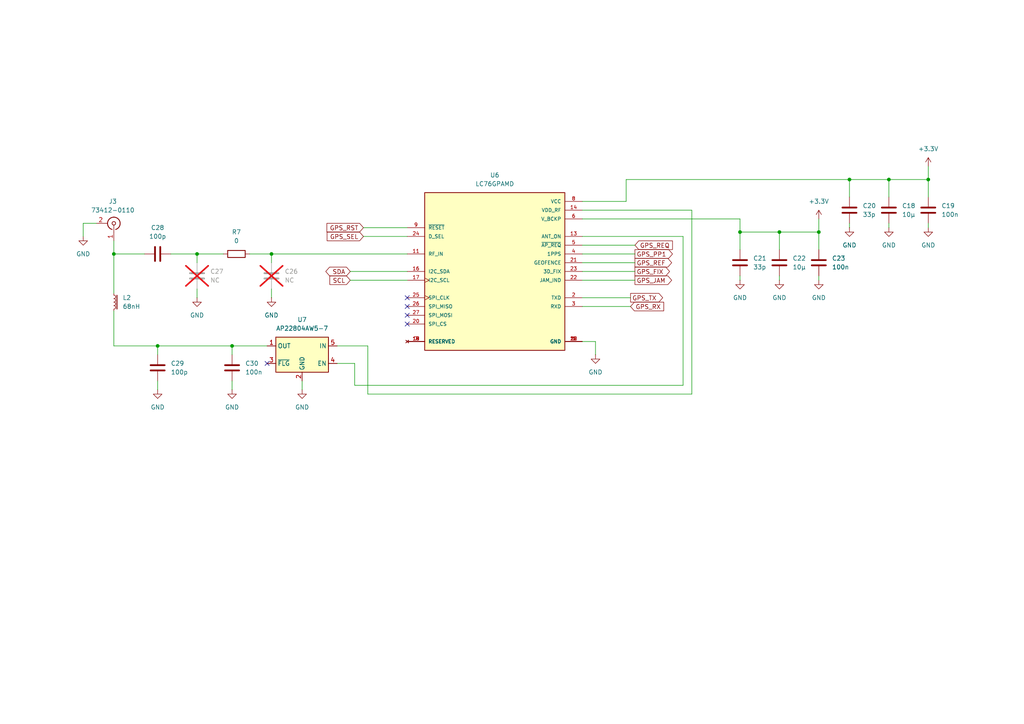
<source format=kicad_sch>
(kicad_sch (version 20250114) (generator "eeschema") (generator_version "9.0")
  (paper "A4")
  (lib_symbols
    (symbol "Connector:Conn_Coaxial" (pin_names (offset 1.016) (hide yes))
      (property "Reference" "J" (at 0.254 3.048 0))
      (property "Value" "Conn_Coaxial" (at 2.921 0 90))
      (symbol "Conn_Coaxial_0_1"
        (polyline (pts (xy -2.54 0) (xy -0.508 0)))
        (arc (start 1.778 0) (mid 0.222 -1.8079) (end -1.778 -0.508) (stroke (width 0.254)))
        (arc (start -1.778 0.508) (mid 0.2221 1.8084) (end 1.778 0) (stroke (width 0.254)))
        (circle (center 0 0) (radius 0.508) (stroke (width 0.2032)))
        (polyline (pts (xy 0 -2.54) (xy 0 -1.778)))
      )
      (symbol "Conn_Coaxial_1_1"
        (pin passive line (at -5.08 0 0) (length 2.54) (name "In") (number "1"))
        (pin passive line (at 0 -5.08 90) (length 2.54) (name "Ext") (number "2"))
      )
    )
    (symbol "Device:C" (pin_numbers (hide yes)) (pin_names (offset 0.254))
      (property "Reference" "C" (at 0.635 2.54 0))
      (property "Value" "C" (at 0.635 -2.54 0))
      (symbol "C_0_1"
        (polyline (pts (xy -2.032 0.762) (xy 2.032 0.762)) (stroke (width 0.508)))
        (polyline (pts (xy -2.032 -0.762) (xy 2.032 -0.762)) (stroke (width 0.508)))
      )
      (symbol "C_1_1"
        (pin passive line (at 0 3.81 270) (length 2.794) (name "~") (number "1"))
        (pin passive line (at 0 -3.81 90) (length 2.794) (name "~") (number "2"))
      )
    )
    (symbol "Device:L_Iron_Small" (pin_numbers (hide yes)) (pin_names (offset 0.254) (hide yes))
      (property "Reference" "L" (at 1.27 1.016 0))
      (property "Value" "L_Iron_Small" (at 1.27 -1.27 0))
      (symbol "L_Iron_Small_0_1"
        (arc (start 0 2.032) (mid 0.5058 1.524) (end 0 1.016))
        (arc (start 0 1.016) (mid 0.5058 0.508) (end 0 0))
        (arc (start 0 0) (mid 0.5058 -0.508) (end 0 -1.016))
        (arc (start 0 -1.016) (mid 0.5058 -1.524) (end 0 -2.032))
        (polyline (pts (xy 0.762 2.032) (xy 0.762 -2.032)))
        (polyline (pts (xy 1.016 -2.032) (xy 1.016 2.032)))
      )
      (symbol "L_Iron_Small_1_1"
        (pin passive line (at 0 2.54 270) (length 0.508) (name "~") (number "1"))
        (pin passive line (at 0 -2.54 90) (length 0.508) (name "~") (number "2"))
      )
    )
    (symbol "Device:R" (pin_numbers (hide yes)) (pin_names (offset 0))
      (property "Reference" "R" (at 2.032 0 90))
      (property "Value" "R" (at 0 0 90))
      (symbol "R_0_1"
        (rectangle (start -1.016 -2.54) (end 1.016 2.54) (stroke (width 0.254)))
      )
      (symbol "R_1_1"
        (pin passive line (at 0 3.81 270) (length 1.27) (name "~") (number "1"))
        (pin passive line (at 0 -3.81 90) (length 1.27) (name "~") (number "2"))
      )
    )
    (symbol "LC76G:LC76G" (pin_names (offset 1.016))
      (property "Reference" "U" (at -20.32 24.13 0))
      (property "Value" "LC76G" (at -20.32 -25.4 0))
      (symbol "LC76G_0_0"
        (rectangle (start -20.32 -22.86) (end 20.32 22.86) (stroke (width 0.254)) (fill (type background)))
        (pin input line (at -25.4 12.7 0) (length 5.08) (name "~{RESET}") (number "9"))
        (pin input line (at -25.4 10.16 0) (length 5.08) (name "D_SEL") (number "24"))
        (pin input line (at -25.4 5.08 0) (length 5.08) (name "RF_IN") (number "11"))
        (pin bidirectional line (at -25.4 0 0) (length 5.08) (name "I2C_SDA") (number "16"))
        (pin input clock (at -25.4 -2.54 0) (length 5.08) (name "I2C_SCL") (number "17"))
        (pin bidirectional clock (at -25.4 -7.62 0) (length 5.08) (name "SPI_CLK") (number "25"))
        (pin bidirectional line (at -25.4 -10.16 0) (length 5.08) (name "SPI_MISO") (number "26"))
        (pin bidirectional line (at -25.4 -12.7 0) (length 5.08) (name "SPI_MOSI") (number "27"))
        (pin bidirectional line (at -25.4 -15.24 0) (length 5.08) (name "SPI_CS") (number "20"))
        (pin no_connect line (at -25.4 -20.32 0) (length 5.08) (name "RESERVED") (number "15"))
        (pin no_connect line (at -25.4 -20.32 0) (length 5.08) (name "RESERVED") (number "18"))
        (pin no_connect line (at -25.4 -20.32 0) (length 5.08) (name "RESERVED") (number "19"))
        (pin no_connect line (at -25.4 -20.32 0) (length 5.08) (name "RESERVED") (number "7"))
        (pin power_in line (at 25.4 20.32 180) (length 5.08) (name "VCC") (number "8"))
        (pin power_in line (at 25.4 17.78 180) (length 5.08) (name "VDD_RF") (number "14"))
        (pin power_in line (at 25.4 15.24 180) (length 5.08) (name "V_BCKP") (number "6"))
        (pin output line (at 25.4 10.16 180) (length 5.08) (name "ANT_ON") (number "13"))
        (pin output line (at 25.4 7.62 180) (length 5.08) (name "~{AP_REQ}") (number "5"))
        (pin output line (at 25.4 5.08 180) (length 5.08) (name "1PPS") (number "4"))
        (pin output line (at 25.4 2.54 180) (length 5.08) (name "GEOFENCE") (number "21"))
        (pin output line (at 25.4 0 180) (length 5.08) (name "3D_FIX") (number "23"))
        (pin output line (at 25.4 -2.54 180) (length 5.08) (name "JAM_IND") (number "22"))
        (pin output line (at 25.4 -7.62 180) (length 5.08) (name "TXD") (number "2"))
        (pin input line (at 25.4 -10.16 180) (length 5.08) (name "RXD") (number "3"))
        (pin power_in line (at 25.4 -20.32 180) (length 5.08) (name "GND") (number "1"))
        (pin power_in line (at 25.4 -20.32 180) (length 5.08) (name "GND") (number "10"))
        (pin power_in line (at 25.4 -20.32 180) (length 5.08) (name "GND") (number "12"))
        (pin power_in line (at 25.4 -20.32 180) (length 5.08) (name "GND") (number "28"))
      )
    )
    (symbol "Power_Management:AP22804AW5"
      (property "Reference" "U" (at -7.62 -6.35 0))
      (property "Value" "AP22804AW5" (at -7.62 6.35 0))
      (symbol "AP22804AW5_0_1"
        (rectangle (start -7.62 5.08) (end 7.62 -5.08) (stroke (width 0.254)) (fill (type background)))
      )
      (symbol "AP22804AW5_1_1"
        (pin power_in line (at -10.16 2.54 0) (length 2.54) (name "IN") (number "5"))
        (pin input line (at -10.16 -2.54 0) (length 2.54) (name "EN") (number "4"))
        (pin power_in line (at 0 -7.62 90) (length 2.54) (name "GND") (number "2"))
        (pin power_out line (at 10.16 2.54 180) (length 2.54) (name "OUT") (number "1"))
        (pin open_collector line (at 10.16 -2.54 180) (length 2.54) (name "~{FLG}") (number "3"))
      )
    )
    (symbol "power:+3.3V" (power) (pin_numbers (hide yes)) (pin_names (offset 0) (hide yes))
      (property "Value" "+3.3V" (at 0 3.556 0))
      (symbol "+3.3V_0_1"
        (polyline (pts (xy -0.762 1.27) (xy 0 2.54)))
        (polyline (pts (xy 0 2.54) (xy 0.762 1.27)))
        (polyline (pts (xy 0 0) (xy 0 2.54)))
      )
      (symbol "+3.3V_1_1"
        (pin power_in line (at 0 0 90) (length 0) (name "~") (number "1"))
      )
    )
    (symbol "power:GND" (power) (pin_numbers (hide yes)) (pin_names (offset 0) (hide yes))
      (property "Value" "GND" (at 0 -3.81 0))
      (symbol "GND_0_1"
        (polyline (pts (xy 0 0) (xy 0 -1.27) (xy 1.27 -1.27) (xy 0 -2.54) (xy -1.27 -1.27) (xy 0 -1.27)))
      )
      (symbol "GND_1_1"
        (pin power_in line (at 0 0 270) (length 0) (name "~") (number "1"))
      )
    )
  )
  (junction (at 67.31 100.33))
  (junction (at 257.81 52.07))
  (junction (at 246.38 52.07))
  (junction (at 33.02 73.66))
  (junction (at 45.72 100.33))
  (junction (at 78.74 73.66))
  (junction (at 214.63 67.31))
  (junction (at 57.15 73.66))
  (junction (at 237.49 67.31))
  (junction (at 269.24 52.07))
  (junction (at 226.06 67.31))
  (no_connect (at 118.11 88.9))
  (no_connect (at 118.11 91.44))
  (no_connect (at 118.11 86.36))
  (no_connect (at 77.47 105.41))
  (no_connect (at 118.11 93.98))
  (wire (pts (xy 168.91 68.58) (xy 198.12 68.58)))
  (wire (pts (xy 246.38 52.07) (xy 246.38 57.15)))
  (wire (pts (xy 168.91 71.12) (xy 184.15 71.12)))
  (wire (pts (xy 257.81 64.77) (xy 257.81 66.04)))
  (wire (pts (xy 226.06 80.01) (xy 226.06 81.28)))
  (wire (pts (xy 45.72 110.49) (xy 45.72 113.03)))
  (wire (pts (xy 33.02 73.66) (xy 33.02 85.09)))
  (wire (pts (xy 269.24 64.77) (xy 269.24 66.04)))
  (wire (pts (xy 101.6 78.74) (xy 118.11 78.74)))
  (wire (pts (xy 102.87 105.41) (xy 97.79 105.41)))
  (wire (pts (xy 78.74 73.66) (xy 118.11 73.66)))
  (wire (pts (xy 200.66 114.3) (xy 106.68 114.3)))
  (wire (pts (xy 72.39 73.66) (xy 78.74 73.66)))
  (wire (pts (xy 214.63 80.01) (xy 214.63 81.28)))
  (wire (pts (xy 257.81 52.07) (xy 257.81 57.15)))
  (wire (pts (xy 181.61 58.42) (xy 181.61 52.07)))
  (wire (pts (xy 57.15 73.66) (xy 57.15 76.2)))
  (wire (pts (xy 67.31 100.33) (xy 77.47 100.33)))
  (wire (pts (xy 168.91 76.2) (xy 184.15 76.2)))
  (wire (pts (xy 181.61 52.07) (xy 246.38 52.07)))
  (wire (pts (xy 269.24 52.07) (xy 269.24 57.15)))
  (wire (pts (xy 168.91 81.28) (xy 184.15 81.28)))
  (wire (pts (xy 246.38 64.77) (xy 246.38 66.04)))
  (wire (pts (xy 105.41 68.58) (xy 118.11 68.58)))
  (wire (pts (xy 168.91 99.06) (xy 172.72 99.06)))
  (wire (pts (xy 106.68 100.33) (xy 97.79 100.33)))
  (wire (pts (xy 67.31 100.33) (xy 67.31 102.87)))
  (wire (pts (xy 102.87 111.76) (xy 102.87 105.41)))
  (wire (pts (xy 41.91 73.66) (xy 33.02 73.66)))
  (wire (pts (xy 237.49 67.31) (xy 237.49 72.39)))
  (wire (pts (xy 269.24 48.26) (xy 269.24 52.07)))
  (wire (pts (xy 24.13 64.77) (xy 24.13 68.58)))
  (wire (pts (xy 198.12 111.76) (xy 102.87 111.76)))
  (wire (pts (xy 168.91 63.5) (xy 214.63 63.5)))
  (wire (pts (xy 257.81 52.07) (xy 269.24 52.07)))
  (wire (pts (xy 87.63 110.49) (xy 87.63 113.03)))
  (wire (pts (xy 237.49 80.01) (xy 237.49 81.28)))
  (wire (pts (xy 57.15 83.82) (xy 57.15 86.36)))
  (wire (pts (xy 57.15 73.66) (xy 64.77 73.66)))
  (wire (pts (xy 172.72 99.06) (xy 172.72 102.87)))
  (wire (pts (xy 168.91 86.36) (xy 182.88 86.36)))
  (wire (pts (xy 168.91 78.74) (xy 184.15 78.74)))
  (wire (pts (xy 27.94 64.77) (xy 24.13 64.77)))
  (wire (pts (xy 45.72 100.33) (xy 67.31 100.33)))
  (wire (pts (xy 214.63 67.31) (xy 214.63 72.39)))
  (wire (pts (xy 214.63 63.5) (xy 214.63 67.31)))
  (wire (pts (xy 33.02 73.66) (xy 33.02 69.85)))
  (wire (pts (xy 105.41 66.04) (xy 118.11 66.04)))
  (wire (pts (xy 78.74 73.66) (xy 78.74 76.2)))
  (wire (pts (xy 106.68 114.3) (xy 106.68 100.33)))
  (wire (pts (xy 226.06 67.31) (xy 226.06 72.39)))
  (wire (pts (xy 33.02 90.17) (xy 33.02 100.33)))
  (wire (pts (xy 246.38 52.07) (xy 257.81 52.07)))
  (wire (pts (xy 49.53 73.66) (xy 57.15 73.66)))
  (wire (pts (xy 168.91 60.96) (xy 200.66 60.96)))
  (wire (pts (xy 237.49 63.5) (xy 237.49 67.31)))
  (wire (pts (xy 226.06 67.31) (xy 237.49 67.31)))
  (wire (pts (xy 168.91 73.66) (xy 184.15 73.66)))
  (wire (pts (xy 67.31 110.49) (xy 67.31 113.03)))
  (wire (pts (xy 168.91 88.9) (xy 182.88 88.9)))
  (wire (pts (xy 78.74 83.82) (xy 78.74 86.36)))
  (wire (pts (xy 101.6 81.28) (xy 118.11 81.28)))
  (wire (pts (xy 33.02 100.33) (xy 45.72 100.33)))
  (wire (pts (xy 168.91 58.42) (xy 181.61 58.42)))
  (wire (pts (xy 45.72 100.33) (xy 45.72 102.87)))
  (wire (pts (xy 214.63 67.31) (xy 226.06 67.31)))
  (wire (pts (xy 200.66 60.96) (xy 200.66 114.3)))
  (wire (pts (xy 198.12 68.58) (xy 198.12 111.76)))
  (global_label "GPS_RST" (shape input) (at 105.41 66.04 180) (property "Intersheetrefs" "${INTERSHEET_REFS}" (effects (hide yes))))
  (global_label "GPS_FIX" (shape output) (at 184.15 78.74 0) (property "Intersheetrefs" "${INTERSHEET_REFS}" (effects (hide yes))))
  (global_label "GPS_SEL" (shape input) (at 105.41 68.58 180) (property "Intersheetrefs" "${INTERSHEET_REFS}" (effects (hide yes))))
  (global_label "GPS_REF" (shape output) (at 184.15 76.2 0) (property "Intersheetrefs" "${INTERSHEET_REFS}" (effects (hide yes))))
  (global_label "SCL" (shape input) (at 101.6 81.28 180) (property "Intersheetrefs" "${INTERSHEET_REFS}" (effects (hide yes))))
  (global_label "GPS_TX" (shape output) (at 182.88 86.36 0) (property "Intersheetrefs" "${INTERSHEET_REFS}" (effects (hide yes))))
  (global_label "GPS_RX" (shape input) (at 182.88 88.9 0) (property "Intersheetrefs" "${INTERSHEET_REFS}" (effects (hide yes))))
  (global_label "GPS_REQ" (shape input) (at 184.15 71.12 0) (property "Intersheetrefs" "${INTERSHEET_REFS}" (effects (hide yes))))
  (global_label "SDA" (shape bidirectional) (at 101.6 78.74 180) (property "Intersheetrefs" "${INTERSHEET_REFS}" (effects (hide yes))))
  (global_label "GPS_JAM" (shape output) (at 184.15 81.28 0) (property "Intersheetrefs" "${INTERSHEET_REFS}" (effects (hide yes))))
  (global_label "GPS_PP1" (shape output) (at 184.15 73.66 0) (property "Intersheetrefs" "${INTERSHEET_REFS}" (effects (hide yes))))
  (symbol (lib_id "power:+3.3V") (at 237.49 63.5 0) (unit 1)
    (property "Reference" "#PWR061" (effects (hide yes)))
    (property "Value" "+3.3V" (at 237.49 58.42 0))
    (property "Description" "Power symbol creates a global label with name \"+3.3V\"" (effects (hide yes)))
  )
  (symbol (lib_id "power:GND") (at 257.81 66.04 0) (unit 1)
    (property "Reference" "#PWR056" (effects (hide yes)))
    (property "Value" "GND" (at 257.81 71.12 0))
    (property "Description" "Power symbol creates a global label with name \"GND\" , ground" (effects (hide yes)))
  )
  (symbol (lib_id "power:GND") (at 24.13 68.58 0) (unit 1)
    (property "Reference" "#PWR068" (effects (hide yes)))
    (property "Value" "GND" (at 24.13 73.66 0))
    (property "Description" "Power symbol creates a global label with name \"GND\" , ground" (effects (hide yes)))
  )
  (symbol (lib_id "power:GND") (at 87.63 113.03 0) (unit 1)
    (property "Reference" "#PWR067" (effects (hide yes)))
    (property "Value" "GND" (at 87.63 118.11 0))
    (property "Description" "Power symbol creates a global label with name \"GND\" , ground" (effects (hide yes)))
  )
  (symbol (lib_id "power:GND") (at 45.72 113.03 0) (unit 1)
    (property "Reference" "#PWR065" (effects (hide yes)))
    (property "Value" "GND" (at 45.72 118.11 0))
    (property "Description" "Power symbol creates a global label with name \"GND\" , ground" (effects (hide yes)))
  )
  (symbol (lib_id "Connector:Conn_Coaxial") (at 33.02 64.77 270) (mirror x) (unit 1)
    (property "Reference" "J3" (at 32.7268 58.42 90))
    (property "Value" "73412-0110" (at 32.7268 60.96 90))
    (property "Footprint" "Connector_Coaxial:U.FL_Molex_MCRF_73412-0110_Vertical" (effects (hide yes)))
    (property "Description" "coaxial connector (BNC, SMA, SMB, SMC, Cinch/RCA, LEMO, ...)" (effects (hide yes)))
    (property "manf#" "73412-0110" (effects (hide yes)))
    (property "JLCPCB Part #" "C434806" (effects (hide yes)))
  )
  (symbol (lib_id "power:GND") (at 172.72 102.87 0) (unit 1)
    (property "Reference" "#PWR054" (effects (hide yes)))
    (property "Value" "GND" (at 172.72 107.95 0))
    (property "Description" "Power symbol creates a global label with name \"GND\" , ground" (effects (hide yes)))
  )
  (symbol (lib_id "power:+3.3V") (at 269.24 48.26 0) (unit 1)
    (property "Reference" "#PWR057" (effects (hide yes)))
    (property "Value" "+3.3V" (at 269.24 43.18 0))
    (property "Description" "Power symbol creates a global label with name \"+3.3V\"" (effects (hide yes)))
  )
  (symbol (lib_id "Device:C") (at 45.72 106.68 0) (unit 1)
    (property "Reference" "C29" (at 49.53 105.4099 0) (effects (justify left)))
    (property "Value" "100p" (at 49.53 107.9499 0) (effects (justify left)))
    (property "Footprint" "Capacitor_SMD:C_0805_2012Metric" (effects (hide yes)))
    (property "Description" "Unpolarized capacitor" (effects (hide yes)))
    (property "manf#" "GRM2165C1H101JA01D" (effects (hide yes)))
    (property "gp" " CC1206KKX7R7BB105" (effects (hide yes)))
    (property "JLCPCB Part #" "C77059" (effects (hide yes)))
  )
  (symbol (lib_id "Device:C") (at 269.24 60.96 0) (unit 1)
    (property "Reference" "C19" (at 273.05 59.6899 0) (effects (justify left)))
    (property "Value" "100n" (at 273.05 62.2299 0) (effects (justify left)))
    (property "Footprint" "Capacitor_SMD:C_0805_2012Metric" (effects (hide yes)))
    (property "Description" "Unpolarized capacitor" (effects (hide yes)))
    (property "manf#" "CL21B104KBCNNNC" (effects (hide yes)))
    (property "gp" " CC1206KKX7R7BB105" (effects (hide yes)))
    (property "JLCPCB Part #" "C1711" (effects (hide yes)))
  )
  (symbol (lib_id "Device:R") (at 68.58 73.66 90) (unit 1)
    (property "Reference" "R7" (at 68.58 67.31 90))
    (property "Value" "0" (at 68.58 69.85 90))
    (property "Footprint" "Resistor_SMD:R_0805_2012Metric" (effects (hide yes)))
    (property "Description" "Resistor" (effects (hide yes)))
    (property "JLCPCB Part #" "C2936632" (effects (hide yes)))
    (property "manf#" "RC0805JR-7W0RL" (effects (hide yes)))
  )
  (symbol (lib_id "power:GND") (at 246.38 66.04 0) (unit 1)
    (property "Reference" "#PWR060" (effects (hide yes)))
    (property "Value" "GND" (at 246.38 71.12 0))
    (property "Description" "Power symbol creates a global label with name \"GND\" , ground" (effects (hide yes)))
  )
  (symbol (lib_id "Device:C") (at 214.63 76.2 0) (unit 1)
    (property "Reference" "C21" (at 218.44 74.9299 0) (effects (justify left)))
    (property "Value" "33p" (at 218.44 77.4699 0) (effects (justify left)))
    (property "Footprint" "Capacitor_SMD:C_0805_2012Metric" (effects (hide yes)))
    (property "Description" "Unpolarized capacitor" (effects (hide yes)))
    (property "manf#" "CC0805JRNPO9BN330" (effects (hide yes)))
    (property "gp" " CC1206KKX7R7BB105" (effects (hide yes)))
    (property "JLCPCB Part #" "C107115" (effects (hide yes)))
  )
  (symbol (lib_id "Device:C") (at 257.81 60.96 0) (unit 1)
    (property "Reference" "C18" (at 261.62 59.6899 0) (effects (justify left)))
    (property "Value" "10µ" (at 261.62 62.2299 0) (effects (justify left)))
    (property "Footprint" "Capacitor_SMD:C_0805_2012Metric" (effects (hide yes)))
    (property "Description" "Unpolarized capacitor" (effects (hide yes)))
    (property "manf#" "CL21B106KPQNNNE" (effects (hide yes)))
    (property "gp" " CC1206KKX7R7BB105" (effects (hide yes)))
    (property "JLCPCB Part #" "C32635" (effects (hide yes)))
  )
  (symbol (lib_id "Device:C") (at 237.49 76.2 0) (unit 1)
    (property "Reference" "C23" (at 241.3 74.9299 0) (effects (justify left)))
    (property "Value" "100n" (at 241.3 77.4699 0) (effects (justify left)))
    (property "Footprint" "Capacitor_SMD:C_0805_2012Metric" (effects (hide yes)))
    (property "Description" "Unpolarized capacitor" (effects (hide yes)))
    (property "manf#" "CL21B104KBCNNNC" (effects (hide yes)))
    (property "gp" " CC1206KKX7R7BB105" (effects (hide yes)))
    (property "JLCPCB Part #" "C1711" (effects (hide yes)))
  )
  (symbol (lib_id "power:GND") (at 214.63 81.28 0) (unit 1)
    (property "Reference" "#PWR055" (effects (hide yes)))
    (property "Value" "GND" (at 214.63 86.36 0))
    (property "Description" "Power symbol creates a global label with name \"GND\" , ground" (effects (hide yes)))
  )
  (symbol (lib_id "power:GND") (at 237.49 81.28 0) (unit 1)
    (property "Reference" "#PWR062" (effects (hide yes)))
    (property "Value" "GND" (at 237.49 86.36 0))
    (property "Description" "Power symbol creates a global label with name \"GND\" , ground" (effects (hide yes)))
  )
  (symbol (lib_id "Device:C") (at 246.38 60.96 0) (unit 1)
    (property "Reference" "C20" (at 250.19 59.6899 0) (effects (justify left)))
    (property "Value" "33p" (at 250.19 62.2299 0) (effects (justify left)))
    (property "Footprint" "Capacitor_SMD:C_0805_2012Metric" (effects (hide yes)))
    (property "Description" "Unpolarized capacitor" (effects (hide yes)))
    (property "manf#" "CC0805JRNPO9BN330" (effects (hide yes)))
    (property "gp" " CC1206KKX7R7BB105" (effects (hide yes)))
    (property "JLCPCB Part #" "C107115" (effects (hide yes)))
  )
  (symbol (lib_id "Device:C") (at 57.15 80.01 0) (unit 1) (in_bom no) (dnp yes)
    (property "Reference" "C27" (at 60.96 78.7399 0) (effects (justify left)))
    (property "Value" "NC" (at 60.96 81.2799 0) (effects (justify left)))
    (property "Footprint" "Capacitor_SMD:C_0805_2012Metric" (effects (hide yes)))
    (property "Description" "Unpolarized capacitor" (effects (hide yes)))
    (property "gp" " CC1206KKX7R7BB105" (effects (hide yes)))
  )
  (symbol (lib_id "Power_Management:AP22804AW5") (at 87.63 102.87 0) (mirror y) (unit 1)
    (property "Reference" "U7" (at 87.63 92.71 0))
    (property "Value" "AP22804AW5-7" (at 87.63 95.25 0))
    (property "Footprint" "Package_TO_SOT_SMD:SOT-23-5" (effects (hide yes)))
    (property "Datasheet" "https://www.diodes.com/assets/Datasheets/AP22804_14.pdf" (effects (hide yes)))
    (property "Description" "Current limited 2.5A power switch, single channel, SOT-23-5" (effects (hide yes)))
    (property "JLCPCB Part #" "C3001659" (effects (hide yes)))
    (property "manf#" "AP22804AW5-7" (effects (hide yes)))
  )
  (symbol (lib_id "Device:C") (at 226.06 76.2 0) (unit 1)
    (property "Reference" "C22" (at 229.87 74.9299 0) (effects (justify left)))
    (property "Value" "10µ" (at 229.87 77.4699 0) (effects (justify left)))
    (property "Footprint" "Capacitor_SMD:C_0805_2012Metric" (effects (hide yes)))
    (property "Description" "Unpolarized capacitor" (effects (hide yes)))
    (property "manf#" "CL21B106KPQNNNE" (effects (hide yes)))
    (property "gp" " CC1206KKX7R7BB105" (effects (hide yes)))
    (property "JLCPCB Part #" "C32635" (effects (hide yes)))
  )
  (symbol (lib_id "power:GND") (at 226.06 81.28 0) (unit 1)
    (property "Reference" "#PWR059" (effects (hide yes)))
    (property "Value" "GND" (at 226.06 86.36 0))
    (property "Description" "Power symbol creates a global label with name \"GND\" , ground" (effects (hide yes)))
  )
  (symbol (lib_id "Device:L_Iron_Small") (at 33.02 87.63 0) (unit 1)
    (property "Reference" "L2" (at 35.56 86.3599 0) (effects (justify left)))
    (property "Value" "68nH" (at 35.56 88.8999 0) (effects (justify left)))
    (property "Footprint" "Inductor_SMD:L_0805_2012Metric" (effects (hide yes)))
    (property "Description" "Inductor with iron core, small symbol" (effects (hide yes)))
    (property "JLCPCB Part #" "C404449" (effects (hide yes)))
    (property "manf#" "MLF2012D68NMTD25" (effects (hide yes)))
  )
  (symbol (lib_id "power:GND") (at 67.31 113.03 0) (unit 1)
    (property "Reference" "#PWR066" (effects (hide yes)))
    (property "Value" "GND" (at 67.31 118.11 0))
    (property "Description" "Power symbol creates a global label with name \"GND\" , ground" (effects (hide yes)))
  )
  (symbol (lib_id "power:GND") (at 269.24 66.04 0) (unit 1)
    (property "Reference" "#PWR058" (effects (hide yes)))
    (property "Value" "GND" (at 269.24 71.12 0))
    (property "Description" "Power symbol creates a global label with name \"GND\" , ground" (effects (hide yes)))
  )
  (symbol (lib_id "power:GND") (at 78.74 86.36 0) (unit 1)
    (property "Reference" "#PWR063" (effects (hide yes)))
    (property "Value" "GND" (at 78.74 91.44 0))
    (property "Description" "Power symbol creates a global label with name \"GND\" , ground" (effects (hide yes)))
  )
  (symbol (lib_id "power:GND") (at 57.15 86.36 0) (unit 1)
    (property "Reference" "#PWR064" (effects (hide yes)))
    (property "Value" "GND" (at 57.15 91.44 0))
    (property "Description" "Power symbol creates a global label with name \"GND\" , ground" (effects (hide yes)))
  )
  (symbol (lib_id "Device:C") (at 67.31 106.68 0) (unit 1)
    (property "Reference" "C30" (at 71.12 105.4099 0) (effects (justify left)))
    (property "Value" "100n" (at 71.12 107.9499 0) (effects (justify left)))
    (property "Footprint" "Capacitor_SMD:C_0805_2012Metric" (effects (hide yes)))
    (property "Description" "Unpolarized capacitor" (effects (hide yes)))
    (property "manf#" "CL21B104KBCNNNC" (effects (hide yes)))
    (property "gp" " CC1206KKX7R7BB105" (effects (hide yes)))
    (property "JLCPCB Part #" "C1711" (effects (hide yes)))
  )
  (symbol (lib_id "Device:C") (at 78.74 80.01 0) (unit 1) (in_bom no) (dnp yes)
    (property "Reference" "C26" (at 82.55 78.7399 0) (effects (justify left)))
    (property "Value" "NC" (at 82.55 81.2799 0) (effects (justify left)))
    (property "Footprint" "Capacitor_SMD:C_0805_2012Metric" (effects (hide yes)))
    (property "Description" "Unpolarized capacitor" (effects (hide yes)))
    (property "gp" " CC1206KKX7R7BB105" (effects (hide yes)))
  )
  (symbol (lib_id "Device:C") (at 45.72 73.66 90) (unit 1)
    (property "Reference" "C28" (at 45.72 66.04 90))
    (property "Value" "100p" (at 45.72 68.58 90))
    (property "Footprint" "Capacitor_SMD:C_0805_2012Metric" (effects (hide yes)))
    (property "Description" "Unpolarized capacitor" (effects (hide yes)))
    (property "manf#" "GRM2165C1H101JA01D" (effects (hide yes)))
    (property "gp" " CC1206KKX7R7BB105" (effects (hide yes)))
    (property "JLCPCB Part #" "C77059" (effects (hide yes)))
  )
  (symbol (lib_id "LC76G:LC76G") (at 143.51 78.74 0) (unit 1)
    (property "Reference" "U6" (at 143.51 50.8 0))
    (property "Value" "LC76GPAMD" (at 143.51 53.34 0))
    (property "Footprint" "Local:XCVR_LC76G" (effects (hide yes)))
    (property "MF" "Quectel" (effects (hide yes)))
    (property "MAXIMUM_PACKAGE_HEIGHT" "2.70mm" (effects (hide yes)))
    (property "Package" "Package" (effects (hide yes)))
    (property "Price" "None" (effects (hide yes)))
    (property "Check_prices" "https://www.snapeda.com/parts/LC76G/Quectel/view-part/?ref=eda" (effects (hide yes)))
    (property "STANDARD" "Manufacturer Recommendations" (effects (hide yes)))
    (property "PARTREV" "1.0" (effects (hide yes)))
    (property "SnapEDA_Link" "https://www.snapeda.com/parts/LC76G/Quectel/view-part/?ref=snap" (effects (hide yes)))
    (property "MP" "LC76G" (effects (hide yes)))
    (property "Description_1" "GNSS module; 10.1mm  9.7mm  2.4mm; 0.3g; GPS, GLONASS (or BeiDou) and QZSS; Operating temperature of -40C to +85C." (effects (hide yes)))
    (property "MANUFACTURER" "Quectel" (effects (hide yes)))
    (property "Availability" "Not in stock" (effects (hide yes)))
    (property "SNAPEDA_PN" "LC76G" (effects (hide yes)))
    (property "JLCPCB Part #" "C20607017" (effects (hide yes)))
    (property "manf#" "LC76GPAMD" (effects (hide yes)))
  )
)
</source>
